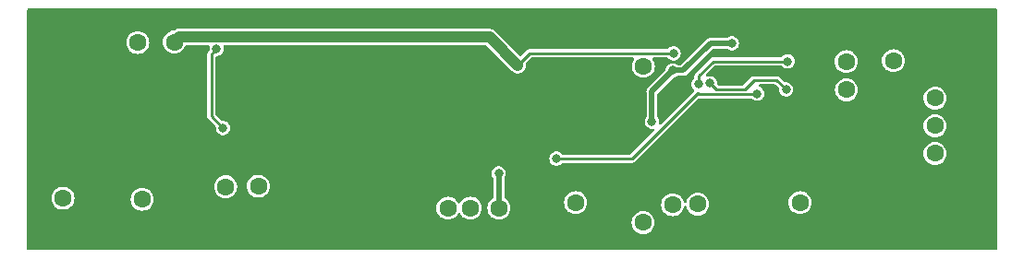
<source format=gbr>
%TF.GenerationSoftware,KiCad,Pcbnew,7.0.7*%
%TF.CreationDate,2024-03-02T18:47:46+03:00*%
%TF.ProjectId,Main_PCB_002,4d61696e-5f50-4434-925f-3030322e6b69,rev?*%
%TF.SameCoordinates,Original*%
%TF.FileFunction,Copper,L2,Bot*%
%TF.FilePolarity,Positive*%
%FSLAX46Y46*%
G04 Gerber Fmt 4.6, Leading zero omitted, Abs format (unit mm)*
G04 Created by KiCad (PCBNEW 7.0.7) date 2024-03-02 18:47:46*
%MOMM*%
%LPD*%
G01*
G04 APERTURE LIST*
%TA.AperFunction,ComponentPad*%
%ADD10C,1.600000*%
%TD*%
%TA.AperFunction,ComponentPad*%
%ADD11C,0.500000*%
%TD*%
%TA.AperFunction,SMDPad,CuDef*%
%ADD12R,2.410000X3.100000*%
%TD*%
%TA.AperFunction,ViaPad*%
%ADD13C,0.800000*%
%TD*%
%TA.AperFunction,Conductor*%
%ADD14C,0.500000*%
%TD*%
%TA.AperFunction,Conductor*%
%ADD15C,0.250000*%
%TD*%
%TA.AperFunction,Conductor*%
%ADD16C,1.000000*%
%TD*%
G04 APERTURE END LIST*
D10*
%TO.P,D2,1,Conn*%
%TO.N,Net-(D2-Conn)*%
X114985800Y-121869200D03*
%TD*%
D11*
%TO.P,U3,9,EP*%
%TO.N,GND2*%
X97689975Y-108965075D03*
X97689975Y-110265075D03*
X97689975Y-111565075D03*
D12*
X98644975Y-110265075D03*
D11*
X99599975Y-108965075D03*
X99599975Y-110265075D03*
X99599975Y-111565075D03*
%TD*%
D10*
%TO.P,D7,1,Conn*%
%TO.N,Net-(D7-Conn)*%
X128219200Y-108839000D03*
%TD*%
%TO.P,D1,1,Conn*%
%TO.N,Net-(D1-Conn)*%
X146799300Y-108400000D03*
%TD*%
%TO.P,D26,1,Conn*%
%TO.N,Net-(D26-Conn)*%
X154940000Y-111760000D03*
%TD*%
%TO.P,D4,1,Conn*%
%TO.N,GND2*%
X85450000Y-121000000D03*
%TD*%
%TO.P,D28,1,Conn*%
%TO.N,Net-(D26-Conn)*%
X151130000Y-108331000D03*
%TD*%
%TO.P,D12,1,Conn*%
%TO.N,Net-(D12-Conn)*%
X82300000Y-121050000D03*
%TD*%
%TO.P,D22,1,Conn*%
%TO.N,Net-(D22-Conn)*%
X92950000Y-119850000D03*
%TD*%
%TO.P,D24,1,Conn*%
%TO.N,Net-(D24-Conn)*%
X85250000Y-106600000D03*
%TD*%
%TO.P,D13,1,Conn*%
%TO.N,Net-(D13-Conn)*%
X142570200Y-121361200D03*
%TD*%
%TO.P,D3,1,Conn*%
%TO.N,Net-(D3-Conn)*%
X75050000Y-120950000D03*
%TD*%
%TO.P,D27,1,Conn*%
%TO.N,Net-(D26-Conn)*%
X128193800Y-123190000D03*
%TD*%
%TO.P,D21,1,Conn*%
%TO.N,Net-(D21-Conn)*%
X146827000Y-111000000D03*
%TD*%
%TO.P,D30,1,Conn*%
%TO.N,GND2*%
X135813800Y-123240800D03*
%TD*%
%TO.P,D16,1,Conn*%
%TO.N,Net-(D15-Conn)*%
X110312200Y-121869200D03*
%TD*%
D11*
%TO.P,U8,9,EP*%
%TO.N,GND2*%
X98045000Y-115445000D03*
X98045000Y-116745000D03*
X98045000Y-118045000D03*
D12*
X99000000Y-116745000D03*
D11*
X99955000Y-115445000D03*
X99955000Y-116745000D03*
X99955000Y-118045000D03*
%TD*%
D10*
%TO.P,D17,1,Conn*%
%TO.N,GND2*%
X107619800Y-121920000D03*
%TD*%
%TO.P,D11,1,Conn*%
%TO.N,Net-(D11-Conn)*%
X133200000Y-121500000D03*
%TD*%
%TO.P,D10,1,Conn*%
%TO.N,Net-(D10-Conn)*%
X130900000Y-121550000D03*
%TD*%
%TO.P,D29,1,Conn*%
%TO.N,GND2*%
X151155400Y-111023400D03*
%TD*%
%TO.P,D8,1,Conn*%
%TO.N,Net-(D8-Conn)*%
X154940000Y-116840000D03*
%TD*%
%TO.P,D25,1,Conn*%
%TO.N,Net-(D25-Conn)*%
X81900000Y-106650000D03*
%TD*%
%TO.P,D18,1,Conn*%
%TO.N,GND2*%
X154940000Y-119380000D03*
%TD*%
%TO.P,D19,1,Conn*%
%TO.N,Net-(D19-Conn)*%
X122021600Y-121361200D03*
%TD*%
%TO.P,D9,1,Conn*%
%TO.N,Net-(D9-Conn)*%
X154940000Y-114300000D03*
%TD*%
%TO.P,D15,1,Conn*%
%TO.N,Net-(D15-Conn)*%
X112369600Y-121869200D03*
%TD*%
%TO.P,D23,1,Conn*%
%TO.N,Net-(D14-K)*%
X89950000Y-119900000D03*
%TD*%
D13*
%TO.N,Net-(D2-Conn)*%
X114960400Y-118668800D03*
%TO.N,Net-(Q1-G)*%
X138658600Y-111353600D03*
X120269000Y-117322600D03*
%TO.N,Net-(U6-PB7)*%
X141427200Y-108381800D03*
X133273800Y-110464600D03*
%TO.N,Net-(U6-PB6)*%
X134315200Y-110388400D03*
X141300200Y-110972600D03*
%TO.N,Net-(D24-Conn)*%
X116713000Y-108737400D03*
X130987800Y-107645200D03*
%TO.N,Net-(D22-Conn)*%
X89128600Y-107246100D03*
X89712800Y-114503200D03*
%TO.N,Net-(D26-Conn)*%
X129006600Y-113919000D03*
X130911600Y-109220000D03*
X136321800Y-106730800D03*
%TD*%
D14*
%TO.N,Net-(D2-Conn)*%
X114985800Y-118694200D02*
X114960400Y-118668800D01*
X114960400Y-118668800D02*
X114909600Y-118618000D01*
X114985800Y-121869200D02*
X114985800Y-118694200D01*
D15*
%TO.N,Net-(Q1-G)*%
X138597963Y-111414237D02*
X133258237Y-111414237D01*
X138658600Y-111353600D02*
X138597963Y-111414237D01*
X133258237Y-111414237D02*
X133172200Y-111328200D01*
X133172200Y-111328200D02*
X127177800Y-117322600D01*
X127177800Y-117322600D02*
X120269000Y-117322600D01*
%TO.N,Net-(U6-PB7)*%
X133273800Y-109728000D02*
X134620000Y-108381800D01*
X133273800Y-110404495D02*
X133273800Y-109728000D01*
X134620000Y-108381800D02*
X141427200Y-108381800D01*
X133273800Y-110464600D02*
X133273800Y-110404495D01*
%TO.N,Net-(U6-PB6)*%
X134315200Y-110388400D02*
X134891037Y-110964237D01*
X137498563Y-110964237D02*
X138353800Y-110109000D01*
X138353800Y-110109000D02*
X140436600Y-110109000D01*
X134891037Y-110964237D02*
X137498563Y-110964237D01*
X140436600Y-110109000D02*
X141300200Y-110972600D01*
%TO.N,Net-(D24-Conn)*%
X117805200Y-107645200D02*
X116713000Y-108737400D01*
D16*
X114122200Y-106146600D02*
X116713000Y-108737400D01*
D15*
X130987800Y-107645200D02*
X117805200Y-107645200D01*
D14*
X85250000Y-106600000D02*
X85703400Y-106146600D01*
D16*
X85703400Y-106146600D02*
X114122200Y-106146600D01*
D15*
%TO.N,Net-(D22-Conn)*%
X88646000Y-107728700D02*
X88646000Y-113436400D01*
X89128600Y-107246100D02*
X88646000Y-107728700D01*
X88646000Y-113436400D02*
X89712800Y-114503200D01*
D14*
%TO.N,Net-(D26-Conn)*%
X134366000Y-106730800D02*
X131876800Y-109220000D01*
X136321800Y-106730800D02*
X134366000Y-106730800D01*
X129006600Y-111125000D02*
X130911600Y-109220000D01*
X131876800Y-109220000D02*
X130911600Y-109220000D01*
X129006600Y-113919000D02*
X129006600Y-111125000D01*
%TD*%
%TA.AperFunction,Conductor*%
%TO.N,GND2*%
G36*
X160587539Y-103535185D02*
G01*
X160633294Y-103587989D01*
X160644500Y-103639500D01*
X160644500Y-125595500D01*
X160624815Y-125662539D01*
X160572011Y-125708294D01*
X160520500Y-125719500D01*
X71889500Y-125719500D01*
X71822461Y-125699815D01*
X71776706Y-125647011D01*
X71765500Y-125595500D01*
X71765500Y-123189999D01*
X127138217Y-123189999D01*
X127158499Y-123395932D01*
X127158500Y-123395934D01*
X127218568Y-123593954D01*
X127316115Y-123776450D01*
X127316117Y-123776452D01*
X127447389Y-123936410D01*
X127544009Y-124015702D01*
X127607350Y-124067685D01*
X127789846Y-124165232D01*
X127987866Y-124225300D01*
X127987865Y-124225300D01*
X128008148Y-124227297D01*
X128193800Y-124245583D01*
X128399734Y-124225300D01*
X128597754Y-124165232D01*
X128780250Y-124067685D01*
X128940210Y-123936410D01*
X129071485Y-123776450D01*
X129169032Y-123593954D01*
X129229100Y-123395934D01*
X129249383Y-123190000D01*
X129229100Y-122984066D01*
X129169032Y-122786046D01*
X129071485Y-122603550D01*
X129015474Y-122535300D01*
X128940210Y-122443589D01*
X128809634Y-122336430D01*
X128780250Y-122312315D01*
X128597754Y-122214768D01*
X128399734Y-122154700D01*
X128399732Y-122154699D01*
X128399734Y-122154699D01*
X128193800Y-122134417D01*
X127987867Y-122154699D01*
X127789843Y-122214769D01*
X127680614Y-122273154D01*
X127607350Y-122312315D01*
X127607348Y-122312316D01*
X127607347Y-122312317D01*
X127447389Y-122443589D01*
X127331092Y-122585300D01*
X127316115Y-122603550D01*
X127309669Y-122615610D01*
X127218569Y-122786043D01*
X127158499Y-122984067D01*
X127138217Y-123189999D01*
X71765500Y-123189999D01*
X71765500Y-120949999D01*
X73994417Y-120949999D01*
X74014699Y-121155932D01*
X74014700Y-121155934D01*
X74074768Y-121353954D01*
X74172315Y-121536450D01*
X74172317Y-121536452D01*
X74303589Y-121696410D01*
X74387355Y-121765154D01*
X74463550Y-121827685D01*
X74646046Y-121925232D01*
X74844066Y-121985300D01*
X74844065Y-121985300D01*
X74864348Y-121987297D01*
X75050000Y-122005583D01*
X75255934Y-121985300D01*
X75453954Y-121925232D01*
X75636450Y-121827685D01*
X75796410Y-121696410D01*
X75927685Y-121536450D01*
X76025232Y-121353954D01*
X76085300Y-121155934D01*
X76095734Y-121050000D01*
X81244417Y-121050000D01*
X81264699Y-121255932D01*
X81292427Y-121347339D01*
X81324768Y-121453954D01*
X81422315Y-121636450D01*
X81422317Y-121636452D01*
X81553589Y-121796410D01*
X81642285Y-121869200D01*
X81713550Y-121927685D01*
X81896046Y-122025232D01*
X82094066Y-122085300D01*
X82094065Y-122085300D01*
X82105742Y-122086450D01*
X82300000Y-122105583D01*
X82505934Y-122085300D01*
X82703954Y-122025232D01*
X82886450Y-121927685D01*
X82957715Y-121869200D01*
X109256617Y-121869200D01*
X109276899Y-122075132D01*
X109280333Y-122086452D01*
X109336968Y-122273154D01*
X109434515Y-122455650D01*
X109469169Y-122497877D01*
X109565789Y-122615610D01*
X109662409Y-122694902D01*
X109725750Y-122746885D01*
X109908246Y-122844432D01*
X110106266Y-122904500D01*
X110106265Y-122904500D01*
X110124729Y-122906318D01*
X110312200Y-122924783D01*
X110518134Y-122904500D01*
X110716154Y-122844432D01*
X110898650Y-122746885D01*
X111058610Y-122615610D01*
X111189885Y-122455650D01*
X111231543Y-122377713D01*
X111280505Y-122327871D01*
X111348642Y-122312411D01*
X111414322Y-122336243D01*
X111450256Y-122377713D01*
X111491915Y-122455650D01*
X111526569Y-122497877D01*
X111623189Y-122615610D01*
X111719809Y-122694902D01*
X111783150Y-122746885D01*
X111965646Y-122844432D01*
X112163666Y-122904500D01*
X112163665Y-122904500D01*
X112183947Y-122906497D01*
X112369600Y-122924783D01*
X112575534Y-122904500D01*
X112773554Y-122844432D01*
X112956050Y-122746885D01*
X113116010Y-122615610D01*
X113247285Y-122455650D01*
X113344832Y-122273154D01*
X113404900Y-122075134D01*
X113425183Y-121869200D01*
X113930217Y-121869200D01*
X113950499Y-122075132D01*
X113953933Y-122086452D01*
X114010568Y-122273154D01*
X114108115Y-122455650D01*
X114142769Y-122497877D01*
X114239389Y-122615610D01*
X114336009Y-122694902D01*
X114399350Y-122746885D01*
X114581846Y-122844432D01*
X114779866Y-122904500D01*
X114779865Y-122904500D01*
X114800147Y-122906497D01*
X114985800Y-122924783D01*
X115191734Y-122904500D01*
X115389754Y-122844432D01*
X115572250Y-122746885D01*
X115732210Y-122615610D01*
X115863485Y-122455650D01*
X115961032Y-122273154D01*
X116021100Y-122075134D01*
X116041383Y-121869200D01*
X116021100Y-121663266D01*
X115961032Y-121465246D01*
X115905418Y-121361200D01*
X120966017Y-121361200D01*
X120986299Y-121567132D01*
X121007327Y-121636452D01*
X121046368Y-121765154D01*
X121143915Y-121947650D01*
X121143917Y-121947652D01*
X121275189Y-122107610D01*
X121371809Y-122186902D01*
X121435150Y-122238885D01*
X121617646Y-122336432D01*
X121815666Y-122396500D01*
X121815665Y-122396500D01*
X121834129Y-122398318D01*
X122021600Y-122416783D01*
X122227534Y-122396500D01*
X122425554Y-122336432D01*
X122608050Y-122238885D01*
X122768010Y-122107610D01*
X122899285Y-121947650D01*
X122996832Y-121765154D01*
X123056900Y-121567134D01*
X123058588Y-121550000D01*
X129844417Y-121550000D01*
X129864699Y-121755932D01*
X129867497Y-121765156D01*
X129924768Y-121953954D01*
X130022315Y-122136450D01*
X130056969Y-122178677D01*
X130153589Y-122296410D01*
X130202357Y-122336432D01*
X130313550Y-122427685D01*
X130496046Y-122525232D01*
X130694066Y-122585300D01*
X130694065Y-122585300D01*
X130714348Y-122587297D01*
X130900000Y-122605583D01*
X131105934Y-122585300D01*
X131303954Y-122525232D01*
X131486450Y-122427685D01*
X131646410Y-122296410D01*
X131777685Y-122136450D01*
X131875232Y-121953954D01*
X131935300Y-121755934D01*
X131935301Y-121755928D01*
X131935581Y-121754523D01*
X131935930Y-121753854D01*
X131937068Y-121750105D01*
X131937779Y-121750320D01*
X131967966Y-121692612D01*
X132028682Y-121658038D01*
X132098451Y-121661778D01*
X132155123Y-121702645D01*
X132175858Y-121742718D01*
X132224768Y-121903954D01*
X132322315Y-122086450D01*
X132356969Y-122128677D01*
X132453589Y-122246410D01*
X132533896Y-122312315D01*
X132613550Y-122377685D01*
X132796046Y-122475232D01*
X132994066Y-122535300D01*
X132994065Y-122535300D01*
X133012529Y-122537118D01*
X133200000Y-122555583D01*
X133405934Y-122535300D01*
X133603954Y-122475232D01*
X133786450Y-122377685D01*
X133946410Y-122246410D01*
X134077685Y-122086450D01*
X134175232Y-121903954D01*
X134235300Y-121705934D01*
X134255583Y-121500000D01*
X134241912Y-121361200D01*
X141514617Y-121361200D01*
X141534899Y-121567132D01*
X141555927Y-121636452D01*
X141594968Y-121765154D01*
X141692515Y-121947650D01*
X141692517Y-121947652D01*
X141823789Y-122107610D01*
X141920409Y-122186902D01*
X141983750Y-122238885D01*
X142166246Y-122336432D01*
X142364266Y-122396500D01*
X142364265Y-122396500D01*
X142384547Y-122398497D01*
X142570200Y-122416783D01*
X142776134Y-122396500D01*
X142974154Y-122336432D01*
X143156650Y-122238885D01*
X143316610Y-122107610D01*
X143447885Y-121947650D01*
X143545432Y-121765154D01*
X143605500Y-121567134D01*
X143625783Y-121361200D01*
X143605500Y-121155266D01*
X143545432Y-120957246D01*
X143447885Y-120774750D01*
X143363821Y-120672317D01*
X143316610Y-120614789D01*
X143169934Y-120494417D01*
X143156650Y-120483515D01*
X142974154Y-120385968D01*
X142776134Y-120325900D01*
X142776132Y-120325899D01*
X142776134Y-120325899D01*
X142570200Y-120305617D01*
X142364267Y-120325899D01*
X142166243Y-120385969D01*
X142071798Y-120436452D01*
X141983750Y-120483515D01*
X141983748Y-120483516D01*
X141983747Y-120483517D01*
X141823789Y-120614789D01*
X141709881Y-120753589D01*
X141692515Y-120774750D01*
X141677100Y-120803589D01*
X141594969Y-120957243D01*
X141534899Y-121155267D01*
X141514617Y-121361200D01*
X134241912Y-121361200D01*
X134235300Y-121294066D01*
X134175232Y-121096046D01*
X134077685Y-120913550D01*
X133987443Y-120803589D01*
X133946410Y-120753589D01*
X133786452Y-120622317D01*
X133786453Y-120622317D01*
X133786450Y-120622315D01*
X133603954Y-120524768D01*
X133405934Y-120464700D01*
X133405932Y-120464699D01*
X133405934Y-120464699D01*
X133200000Y-120444417D01*
X132994067Y-120464699D01*
X132796043Y-120524769D01*
X132685897Y-120583643D01*
X132613550Y-120622315D01*
X132613548Y-120622316D01*
X132613547Y-120622317D01*
X132453589Y-120753589D01*
X132328854Y-120905582D01*
X132322315Y-120913550D01*
X132298959Y-120957246D01*
X132224769Y-121096043D01*
X132164695Y-121294082D01*
X132164414Y-121295495D01*
X132164063Y-121296164D01*
X132162932Y-121299895D01*
X132162223Y-121299680D01*
X132132019Y-121357401D01*
X132071298Y-121391965D01*
X132001529Y-121388214D01*
X131944864Y-121347339D01*
X131924142Y-121307283D01*
X131875232Y-121146046D01*
X131777685Y-120963550D01*
X131701938Y-120871251D01*
X131646410Y-120803589D01*
X131486452Y-120672317D01*
X131486453Y-120672317D01*
X131486450Y-120672315D01*
X131303954Y-120574768D01*
X131105934Y-120514700D01*
X131105932Y-120514699D01*
X131105934Y-120514699D01*
X130900000Y-120494417D01*
X130694067Y-120514699D01*
X130496043Y-120574769D01*
X130407089Y-120622317D01*
X130313550Y-120672315D01*
X130313548Y-120672316D01*
X130313547Y-120672317D01*
X130153589Y-120803589D01*
X130022317Y-120963547D01*
X130022315Y-120963550D01*
X130007366Y-120991517D01*
X129924769Y-121146043D01*
X129864699Y-121344067D01*
X129844417Y-121550000D01*
X123058588Y-121550000D01*
X123077183Y-121361200D01*
X123056900Y-121155266D01*
X122996832Y-120957246D01*
X122899285Y-120774750D01*
X122815221Y-120672317D01*
X122768010Y-120614789D01*
X122621334Y-120494417D01*
X122608050Y-120483515D01*
X122425554Y-120385968D01*
X122227534Y-120325900D01*
X122227532Y-120325899D01*
X122227534Y-120325899D01*
X122021600Y-120305617D01*
X121815667Y-120325899D01*
X121617643Y-120385969D01*
X121523198Y-120436452D01*
X121435150Y-120483515D01*
X121435148Y-120483516D01*
X121435147Y-120483517D01*
X121275189Y-120614789D01*
X121161281Y-120753589D01*
X121143915Y-120774750D01*
X121128500Y-120803589D01*
X121046369Y-120957243D01*
X120986299Y-121155267D01*
X120966017Y-121361200D01*
X115905418Y-121361200D01*
X115863485Y-121282750D01*
X115811502Y-121219409D01*
X115732210Y-121122789D01*
X115572251Y-120991515D01*
X115551845Y-120980608D01*
X115502002Y-120931645D01*
X115486300Y-120871251D01*
X115486300Y-119090659D01*
X115505985Y-119023620D01*
X115508250Y-119020219D01*
X115508622Y-119019679D01*
X115540620Y-118973323D01*
X115596637Y-118825618D01*
X115615678Y-118668800D01*
X115596637Y-118511982D01*
X115540620Y-118364277D01*
X115450883Y-118234270D01*
X115332640Y-118129517D01*
X115332638Y-118129516D01*
X115332637Y-118129515D01*
X115192765Y-118056103D01*
X115039386Y-118018300D01*
X115039385Y-118018300D01*
X114881415Y-118018300D01*
X114881414Y-118018300D01*
X114728034Y-118056103D01*
X114588162Y-118129515D01*
X114469916Y-118234271D01*
X114380181Y-118364275D01*
X114380180Y-118364276D01*
X114324162Y-118511981D01*
X114305122Y-118668799D01*
X114305122Y-118668800D01*
X114324162Y-118825618D01*
X114361766Y-118924769D01*
X114380180Y-118973323D01*
X114434500Y-119052019D01*
X114463350Y-119093816D01*
X114485233Y-119160171D01*
X114485300Y-119164256D01*
X114485300Y-120871251D01*
X114465615Y-120938290D01*
X114419755Y-120980608D01*
X114399348Y-120991515D01*
X114239389Y-121122789D01*
X114130122Y-121255934D01*
X114108115Y-121282750D01*
X114102066Y-121294067D01*
X114010569Y-121465243D01*
X113950499Y-121663267D01*
X113930217Y-121869200D01*
X113425183Y-121869200D01*
X113404900Y-121663266D01*
X113344832Y-121465246D01*
X113247285Y-121282750D01*
X113195302Y-121219409D01*
X113116010Y-121122789D01*
X112956052Y-120991517D01*
X112956053Y-120991517D01*
X112956050Y-120991515D01*
X112773554Y-120893968D01*
X112575534Y-120833900D01*
X112575532Y-120833899D01*
X112575534Y-120833899D01*
X112388063Y-120815435D01*
X112369600Y-120813617D01*
X112369599Y-120813617D01*
X112163667Y-120833899D01*
X111965643Y-120893969D01*
X111895158Y-120931645D01*
X111783150Y-120991515D01*
X111783148Y-120991516D01*
X111783147Y-120991517D01*
X111623189Y-121122789D01*
X111513922Y-121255934D01*
X111491915Y-121282750D01*
X111485866Y-121294067D01*
X111450258Y-121360684D01*
X111401295Y-121410528D01*
X111333157Y-121425988D01*
X111267478Y-121402156D01*
X111231542Y-121360684D01*
X111222659Y-121344066D01*
X111189885Y-121282750D01*
X111137902Y-121219409D01*
X111058610Y-121122789D01*
X110898652Y-120991517D01*
X110898653Y-120991517D01*
X110898650Y-120991515D01*
X110716154Y-120893968D01*
X110518134Y-120833900D01*
X110518132Y-120833899D01*
X110518134Y-120833899D01*
X110312200Y-120813617D01*
X110106267Y-120833899D01*
X109908243Y-120893969D01*
X109837758Y-120931645D01*
X109725750Y-120991515D01*
X109725748Y-120991516D01*
X109725747Y-120991517D01*
X109565789Y-121122789D01*
X109456522Y-121255934D01*
X109434515Y-121282750D01*
X109428466Y-121294067D01*
X109336969Y-121465243D01*
X109276899Y-121663267D01*
X109256617Y-121869200D01*
X82957715Y-121869200D01*
X83046410Y-121796410D01*
X83177685Y-121636450D01*
X83275232Y-121453954D01*
X83335300Y-121255934D01*
X83355583Y-121050000D01*
X83335300Y-120844066D01*
X83275232Y-120646046D01*
X83177685Y-120463550D01*
X83114016Y-120385969D01*
X83046410Y-120303589D01*
X82886452Y-120172317D01*
X82886453Y-120172317D01*
X82886450Y-120172315D01*
X82703954Y-120074768D01*
X82505934Y-120014700D01*
X82505932Y-120014699D01*
X82505934Y-120014699D01*
X82318463Y-119996235D01*
X82300000Y-119994417D01*
X82299999Y-119994417D01*
X82094067Y-120014699D01*
X81896043Y-120074769D01*
X81785897Y-120133643D01*
X81713550Y-120172315D01*
X81713548Y-120172316D01*
X81713547Y-120172317D01*
X81553589Y-120303589D01*
X81422317Y-120463547D01*
X81422315Y-120463550D01*
X81383643Y-120535898D01*
X81324769Y-120646043D01*
X81264699Y-120844067D01*
X81244417Y-121050000D01*
X76095734Y-121050000D01*
X76105583Y-120950000D01*
X76085300Y-120744066D01*
X76025232Y-120546046D01*
X75927685Y-120363550D01*
X75837744Y-120253956D01*
X75796410Y-120203589D01*
X75636452Y-120072317D01*
X75636453Y-120072317D01*
X75636450Y-120072315D01*
X75453954Y-119974768D01*
X75255934Y-119914700D01*
X75255932Y-119914699D01*
X75255934Y-119914699D01*
X75106677Y-119899999D01*
X88894417Y-119899999D01*
X88914699Y-120105932D01*
X88914700Y-120105934D01*
X88974768Y-120303954D01*
X89072315Y-120486450D01*
X89095498Y-120514699D01*
X89203589Y-120646410D01*
X89300209Y-120725702D01*
X89363550Y-120777685D01*
X89546046Y-120875232D01*
X89744066Y-120935300D01*
X89744065Y-120935300D01*
X89762529Y-120937118D01*
X89950000Y-120955583D01*
X90155934Y-120935300D01*
X90353954Y-120875232D01*
X90536450Y-120777685D01*
X90696410Y-120646410D01*
X90827685Y-120486450D01*
X90925232Y-120303954D01*
X90985300Y-120105934D01*
X91005583Y-119900000D01*
X91000658Y-119849999D01*
X91894417Y-119849999D01*
X91914699Y-120055932D01*
X91929867Y-120105934D01*
X91974768Y-120253954D01*
X92072315Y-120436450D01*
X92094553Y-120463547D01*
X92203589Y-120596410D01*
X92296081Y-120672315D01*
X92363550Y-120727685D01*
X92546046Y-120825232D01*
X92744066Y-120885300D01*
X92744065Y-120885300D01*
X92762529Y-120887118D01*
X92950000Y-120905583D01*
X93155934Y-120885300D01*
X93353954Y-120825232D01*
X93536450Y-120727685D01*
X93696410Y-120596410D01*
X93827685Y-120436450D01*
X93925232Y-120253954D01*
X93985300Y-120055934D01*
X94005583Y-119850000D01*
X93985300Y-119644066D01*
X93925232Y-119446046D01*
X93827685Y-119263550D01*
X93737443Y-119153589D01*
X93696410Y-119103589D01*
X93536452Y-118972317D01*
X93536453Y-118972317D01*
X93536450Y-118972315D01*
X93353954Y-118874768D01*
X93155934Y-118814700D01*
X93155932Y-118814699D01*
X93155934Y-118814699D01*
X92968463Y-118796235D01*
X92950000Y-118794417D01*
X92949999Y-118794417D01*
X92744067Y-118814699D01*
X92546043Y-118874769D01*
X92435898Y-118933643D01*
X92363550Y-118972315D01*
X92363548Y-118972316D01*
X92363547Y-118972317D01*
X92203589Y-119103589D01*
X92072317Y-119263547D01*
X91974769Y-119446043D01*
X91914699Y-119644067D01*
X91894417Y-119849999D01*
X91000658Y-119849999D01*
X90985300Y-119694066D01*
X90925232Y-119496046D01*
X90827685Y-119313550D01*
X90775702Y-119250209D01*
X90696410Y-119153589D01*
X90536452Y-119022317D01*
X90536453Y-119022317D01*
X90536450Y-119022315D01*
X90353954Y-118924768D01*
X90155934Y-118864700D01*
X90155932Y-118864699D01*
X90155934Y-118864699D01*
X89950000Y-118844417D01*
X89744067Y-118864699D01*
X89546043Y-118924769D01*
X89457089Y-118972317D01*
X89363550Y-119022315D01*
X89363548Y-119022316D01*
X89363547Y-119022317D01*
X89203589Y-119153589D01*
X89072317Y-119313547D01*
X88974769Y-119496043D01*
X88914699Y-119694067D01*
X88894417Y-119899999D01*
X75106677Y-119899999D01*
X75050000Y-119894417D01*
X74844067Y-119914699D01*
X74646043Y-119974769D01*
X74571341Y-120014699D01*
X74463550Y-120072315D01*
X74463548Y-120072316D01*
X74463547Y-120072317D01*
X74303589Y-120203589D01*
X74172317Y-120363547D01*
X74074769Y-120546043D01*
X74014699Y-120744067D01*
X73994417Y-120949999D01*
X71765500Y-120949999D01*
X71765500Y-117322600D01*
X119613721Y-117322600D01*
X119632762Y-117479418D01*
X119687222Y-117623016D01*
X119688780Y-117627123D01*
X119778517Y-117757130D01*
X119896760Y-117861883D01*
X119896762Y-117861884D01*
X120036634Y-117935296D01*
X120190014Y-117973100D01*
X120190015Y-117973100D01*
X120347985Y-117973100D01*
X120501365Y-117935296D01*
X120501364Y-117935296D01*
X120641240Y-117861883D01*
X120759483Y-117757130D01*
X120763257Y-117751661D01*
X120817537Y-117707671D01*
X120865308Y-117698100D01*
X127125996Y-117698100D01*
X127151441Y-117700739D01*
X127155240Y-117701535D01*
X127162068Y-117702967D01*
X127183025Y-117700354D01*
X127197292Y-117698577D01*
X127204968Y-117698100D01*
X127208912Y-117698100D01*
X127208914Y-117698100D01*
X127208916Y-117698099D01*
X127208922Y-117698099D01*
X127224287Y-117695534D01*
X127231940Y-117694257D01*
X127286426Y-117687466D01*
X127286427Y-117687465D01*
X127286429Y-117687465D01*
X127293941Y-117685228D01*
X127301406Y-117682666D01*
X127301406Y-117682665D01*
X127301410Y-117682665D01*
X127349677Y-117656544D01*
X127399011Y-117632426D01*
X127399013Y-117632423D01*
X127405394Y-117627868D01*
X127411619Y-117623022D01*
X127411626Y-117623019D01*
X127448808Y-117582628D01*
X128191436Y-116840000D01*
X153884417Y-116840000D01*
X153904699Y-117045932D01*
X153904700Y-117045934D01*
X153964768Y-117243954D01*
X154062315Y-117426450D01*
X154062317Y-117426452D01*
X154193589Y-117586410D01*
X154238198Y-117623019D01*
X154353550Y-117717685D01*
X154536046Y-117815232D01*
X154734066Y-117875300D01*
X154734065Y-117875300D01*
X154754347Y-117877297D01*
X154940000Y-117895583D01*
X155145934Y-117875300D01*
X155343954Y-117815232D01*
X155526450Y-117717685D01*
X155686410Y-117586410D01*
X155817685Y-117426450D01*
X155915232Y-117243954D01*
X155975300Y-117045934D01*
X155995583Y-116840000D01*
X155975300Y-116634066D01*
X155915232Y-116436046D01*
X155817685Y-116253550D01*
X155765702Y-116190209D01*
X155686410Y-116093589D01*
X155526452Y-115962317D01*
X155526453Y-115962317D01*
X155526450Y-115962315D01*
X155343954Y-115864768D01*
X155145934Y-115804700D01*
X155145932Y-115804699D01*
X155145934Y-115804699D01*
X154958463Y-115786235D01*
X154940000Y-115784417D01*
X154939999Y-115784417D01*
X154734067Y-115804699D01*
X154536043Y-115864769D01*
X154425897Y-115923643D01*
X154353550Y-115962315D01*
X154353548Y-115962316D01*
X154353547Y-115962317D01*
X154193589Y-116093589D01*
X154062317Y-116253547D01*
X153964769Y-116436043D01*
X153904699Y-116634067D01*
X153884417Y-116840000D01*
X128191436Y-116840000D01*
X130269650Y-114761786D01*
X130731437Y-114299999D01*
X153884417Y-114299999D01*
X153904699Y-114505932D01*
X153923946Y-114569380D01*
X153964768Y-114703954D01*
X154062315Y-114886450D01*
X154062317Y-114886452D01*
X154193589Y-115046410D01*
X154278259Y-115115896D01*
X154353550Y-115177685D01*
X154536046Y-115275232D01*
X154734066Y-115335300D01*
X154734065Y-115335300D01*
X154752529Y-115337118D01*
X154940000Y-115355583D01*
X155145934Y-115335300D01*
X155343954Y-115275232D01*
X155526450Y-115177685D01*
X155686410Y-115046410D01*
X155817685Y-114886450D01*
X155915232Y-114703954D01*
X155975300Y-114505934D01*
X155995583Y-114300000D01*
X155975300Y-114094066D01*
X155915232Y-113896046D01*
X155817685Y-113713550D01*
X155765702Y-113650209D01*
X155686410Y-113553589D01*
X155526452Y-113422317D01*
X155526453Y-113422317D01*
X155526450Y-113422315D01*
X155343954Y-113324768D01*
X155145934Y-113264700D01*
X155145932Y-113264699D01*
X155145934Y-113264699D01*
X154958463Y-113246235D01*
X154940000Y-113244417D01*
X154939999Y-113244417D01*
X154734067Y-113264699D01*
X154536043Y-113324769D01*
X154425897Y-113383643D01*
X154353550Y-113422315D01*
X154353548Y-113422316D01*
X154353547Y-113422317D01*
X154193589Y-113553589D01*
X154062317Y-113713547D01*
X154062315Y-113713550D01*
X154023643Y-113785897D01*
X153964769Y-113896043D01*
X153904699Y-114094067D01*
X153884417Y-114299999D01*
X130731437Y-114299999D01*
X133205381Y-111826056D01*
X133266704Y-111792571D01*
X133293062Y-111789737D01*
X138122904Y-111789737D01*
X138189943Y-111809422D01*
X138205129Y-111820920D01*
X138286360Y-111892883D01*
X138286362Y-111892884D01*
X138426234Y-111966296D01*
X138579614Y-112004100D01*
X138579615Y-112004100D01*
X138737585Y-112004100D01*
X138890965Y-111966296D01*
X138891659Y-111965932D01*
X139030840Y-111892883D01*
X139149083Y-111788130D01*
X139238820Y-111658123D01*
X139294837Y-111510418D01*
X139313878Y-111353600D01*
X139311294Y-111332314D01*
X139294837Y-111196781D01*
X139268393Y-111127054D01*
X139238820Y-111049077D01*
X139149083Y-110919070D01*
X139030840Y-110814317D01*
X139030838Y-110814316D01*
X139030837Y-110814315D01*
X138890966Y-110740904D01*
X138842250Y-110728897D01*
X138781870Y-110693741D01*
X138750081Y-110631522D01*
X138756977Y-110561993D01*
X138800368Y-110507230D01*
X138866478Y-110484620D01*
X138871925Y-110484500D01*
X140229701Y-110484500D01*
X140296740Y-110504185D01*
X140317382Y-110520819D01*
X140615681Y-110819118D01*
X140649166Y-110880441D01*
X140651096Y-110921743D01*
X140644922Y-110972597D01*
X140644922Y-110972600D01*
X140663962Y-111129418D01*
X140719979Y-111277123D01*
X140719980Y-111277123D01*
X140809717Y-111407130D01*
X140927960Y-111511883D01*
X140927962Y-111511884D01*
X141067834Y-111585296D01*
X141221214Y-111623100D01*
X141221215Y-111623100D01*
X141379185Y-111623100D01*
X141532565Y-111585296D01*
X141592068Y-111554066D01*
X141672440Y-111511883D01*
X141790683Y-111407130D01*
X141880420Y-111277123D01*
X141936437Y-111129418D01*
X141952151Y-111000000D01*
X145771417Y-111000000D01*
X145771983Y-111005746D01*
X145791699Y-111205932D01*
X145791700Y-111205934D01*
X145851768Y-111403954D01*
X145949315Y-111586450D01*
X145949317Y-111586452D01*
X146080589Y-111746410D01*
X146157371Y-111809422D01*
X146240550Y-111877685D01*
X146423046Y-111975232D01*
X146621066Y-112035300D01*
X146621065Y-112035300D01*
X146639529Y-112037118D01*
X146827000Y-112055583D01*
X147032934Y-112035300D01*
X147230954Y-111975232D01*
X147413450Y-111877685D01*
X147556850Y-111760000D01*
X153884417Y-111760000D01*
X153904699Y-111965932D01*
X153907520Y-111975230D01*
X153964768Y-112163954D01*
X154062315Y-112346450D01*
X154062317Y-112346452D01*
X154193589Y-112506410D01*
X154290209Y-112585702D01*
X154353550Y-112637685D01*
X154536046Y-112735232D01*
X154734066Y-112795300D01*
X154734065Y-112795300D01*
X154754348Y-112797297D01*
X154940000Y-112815583D01*
X155145934Y-112795300D01*
X155343954Y-112735232D01*
X155526450Y-112637685D01*
X155686410Y-112506410D01*
X155817685Y-112346450D01*
X155915232Y-112163954D01*
X155975300Y-111965934D01*
X155995583Y-111760000D01*
X155975300Y-111554066D01*
X155915232Y-111356046D01*
X155817685Y-111173550D01*
X155748462Y-111089201D01*
X155686410Y-111013589D01*
X155546939Y-110899130D01*
X155526450Y-110882315D01*
X155356554Y-110791502D01*
X155343956Y-110784769D01*
X155343955Y-110784768D01*
X155343954Y-110784768D01*
X155145934Y-110724700D01*
X155145932Y-110724699D01*
X155145934Y-110724699D01*
X154940000Y-110704417D01*
X154734067Y-110724699D01*
X154587621Y-110769123D01*
X154539462Y-110783732D01*
X154536043Y-110784769D01*
X154425897Y-110843643D01*
X154353550Y-110882315D01*
X154353548Y-110882316D01*
X154353547Y-110882317D01*
X154193589Y-111013589D01*
X154062317Y-111173547D01*
X154062315Y-111173550D01*
X154045005Y-111205934D01*
X153964769Y-111356043D01*
X153904699Y-111554067D01*
X153884417Y-111760000D01*
X147556850Y-111760000D01*
X147573410Y-111746410D01*
X147704685Y-111586450D01*
X147802232Y-111403954D01*
X147862300Y-111205934D01*
X147882583Y-111000000D01*
X147862300Y-110794066D01*
X147802232Y-110596046D01*
X147704685Y-110413550D01*
X147636202Y-110330103D01*
X147573410Y-110253589D01*
X147413452Y-110122317D01*
X147413453Y-110122317D01*
X147413450Y-110122315D01*
X147230954Y-110024768D01*
X147032934Y-109964700D01*
X147032932Y-109964699D01*
X147032934Y-109964699D01*
X146845463Y-109946235D01*
X146827000Y-109944417D01*
X146826999Y-109944417D01*
X146621067Y-109964699D01*
X146423043Y-110024769D01*
X146312898Y-110083643D01*
X146240550Y-110122315D01*
X146240548Y-110122316D01*
X146240547Y-110122317D01*
X146080589Y-110253589D01*
X145949317Y-110413547D01*
X145949315Y-110413550D01*
X145935577Y-110439252D01*
X145851769Y-110596043D01*
X145791699Y-110794067D01*
X145773136Y-110982543D01*
X145771417Y-111000000D01*
X141952151Y-111000000D01*
X141955478Y-110972600D01*
X141950956Y-110935353D01*
X141936437Y-110815781D01*
X141908779Y-110742854D01*
X141880420Y-110668077D01*
X141790683Y-110538070D01*
X141672440Y-110433317D01*
X141672438Y-110433316D01*
X141672437Y-110433315D01*
X141532565Y-110359903D01*
X141379186Y-110322100D01*
X141379185Y-110322100D01*
X141232100Y-110322100D01*
X141165061Y-110302415D01*
X141144419Y-110285781D01*
X140738749Y-109880111D01*
X140722622Y-109860252D01*
X140716686Y-109851167D01*
X140716683Y-109851163D01*
X140688674Y-109829363D01*
X140682910Y-109824272D01*
X140680115Y-109821477D01*
X140661105Y-109807906D01*
X140617789Y-109774190D01*
X140610874Y-109770448D01*
X140603800Y-109766990D01*
X140551196Y-109751329D01*
X140499258Y-109733499D01*
X140491523Y-109732208D01*
X140483685Y-109731231D01*
X140428844Y-109733500D01*
X138405603Y-109733500D01*
X138380158Y-109730861D01*
X138369532Y-109728633D01*
X138369529Y-109728633D01*
X138334307Y-109733023D01*
X138326631Y-109733500D01*
X138322686Y-109733500D01*
X138309171Y-109735755D01*
X138299658Y-109737342D01*
X138245170Y-109744134D01*
X138237657Y-109746371D01*
X138230187Y-109748936D01*
X138181922Y-109775055D01*
X138132592Y-109799171D01*
X138126175Y-109803753D01*
X138119975Y-109808579D01*
X138082792Y-109848970D01*
X137379344Y-110552418D01*
X137318021Y-110585903D01*
X137291663Y-110588737D01*
X135097937Y-110588737D01*
X135030898Y-110569052D01*
X135010256Y-110552418D01*
X134999718Y-110541880D01*
X134966233Y-110480557D01*
X134964303Y-110439252D01*
X134965024Y-110433315D01*
X134970478Y-110388400D01*
X134951437Y-110231582D01*
X134895420Y-110083877D01*
X134805683Y-109953870D01*
X134687440Y-109849117D01*
X134687438Y-109849116D01*
X134687437Y-109849115D01*
X134547565Y-109775703D01*
X134394186Y-109737900D01*
X134394185Y-109737900D01*
X134236215Y-109737900D01*
X134236214Y-109737900D01*
X134082478Y-109775791D01*
X134012676Y-109772721D01*
X133955614Y-109732401D01*
X133929409Y-109667632D01*
X133942382Y-109598977D01*
X133965120Y-109567716D01*
X134739218Y-108793618D01*
X134800541Y-108760134D01*
X134826899Y-108757300D01*
X140830892Y-108757300D01*
X140897931Y-108776985D01*
X140932942Y-108810861D01*
X140935363Y-108814369D01*
X140936715Y-108816328D01*
X140936717Y-108816330D01*
X141054960Y-108921083D01*
X141054962Y-108921084D01*
X141194834Y-108994496D01*
X141348214Y-109032300D01*
X141348215Y-109032300D01*
X141506185Y-109032300D01*
X141659565Y-108994496D01*
X141674895Y-108986450D01*
X141799440Y-108921083D01*
X141917683Y-108816330D01*
X142007420Y-108686323D01*
X142063437Y-108538618D01*
X142080268Y-108399999D01*
X145743717Y-108399999D01*
X145763999Y-108605932D01*
X145786683Y-108680712D01*
X145824068Y-108803954D01*
X145921615Y-108986450D01*
X145921617Y-108986452D01*
X146052889Y-109146410D01*
X146106565Y-109190460D01*
X146212850Y-109277685D01*
X146395346Y-109375232D01*
X146593366Y-109435300D01*
X146593365Y-109435300D01*
X146613648Y-109437297D01*
X146799300Y-109455583D01*
X147005234Y-109435300D01*
X147203254Y-109375232D01*
X147385750Y-109277685D01*
X147545710Y-109146410D01*
X147676985Y-108986450D01*
X147774532Y-108803954D01*
X147834600Y-108605934D01*
X147854883Y-108400000D01*
X147848087Y-108331000D01*
X150074417Y-108331000D01*
X150094699Y-108536932D01*
X150109160Y-108584602D01*
X150154768Y-108734954D01*
X150252315Y-108917450D01*
X150265049Y-108932966D01*
X150383589Y-109077410D01*
X150467667Y-109146410D01*
X150543550Y-109208685D01*
X150726046Y-109306232D01*
X150924066Y-109366300D01*
X150924065Y-109366300D01*
X150942529Y-109368118D01*
X151130000Y-109386583D01*
X151335934Y-109366300D01*
X151533954Y-109306232D01*
X151716450Y-109208685D01*
X151876410Y-109077410D01*
X152007685Y-108917450D01*
X152105232Y-108734954D01*
X152165300Y-108536934D01*
X152185583Y-108331000D01*
X152165300Y-108125066D01*
X152105232Y-107927046D01*
X152007685Y-107744550D01*
X151934672Y-107655583D01*
X151876410Y-107584589D01*
X151716452Y-107453317D01*
X151716453Y-107453317D01*
X151716450Y-107453315D01*
X151533954Y-107355768D01*
X151335934Y-107295700D01*
X151335932Y-107295699D01*
X151335934Y-107295699D01*
X151130000Y-107275417D01*
X150924067Y-107295699D01*
X150726043Y-107355769D01*
X150644082Y-107399579D01*
X150543550Y-107453315D01*
X150543548Y-107453316D01*
X150543547Y-107453317D01*
X150383589Y-107584589D01*
X150258958Y-107736455D01*
X150252315Y-107744550D01*
X150215435Y-107813547D01*
X150154769Y-107927043D01*
X150094699Y-108125067D01*
X150074417Y-108331000D01*
X147848087Y-108331000D01*
X147834600Y-108194066D01*
X147774532Y-107996046D01*
X147676985Y-107813550D01*
X147625002Y-107750209D01*
X147545710Y-107653589D01*
X147420244Y-107550623D01*
X147385750Y-107522315D01*
X147203254Y-107424768D01*
X147005234Y-107364700D01*
X147005232Y-107364699D01*
X147005234Y-107364699D01*
X146817763Y-107346235D01*
X146799300Y-107344417D01*
X146799299Y-107344417D01*
X146593367Y-107364699D01*
X146395343Y-107424769D01*
X146298333Y-107476623D01*
X146212850Y-107522315D01*
X146212848Y-107522316D01*
X146212847Y-107522317D01*
X146052889Y-107653589D01*
X145921617Y-107813547D01*
X145824069Y-107996043D01*
X145824068Y-107996045D01*
X145824068Y-107996046D01*
X145817732Y-108016934D01*
X145763999Y-108194067D01*
X145743717Y-108399999D01*
X142080268Y-108399999D01*
X142082478Y-108381800D01*
X142067434Y-108257896D01*
X142063437Y-108224981D01*
X142024294Y-108121770D01*
X142007420Y-108077277D01*
X141917683Y-107947270D01*
X141799440Y-107842517D01*
X141799438Y-107842516D01*
X141799437Y-107842515D01*
X141659565Y-107769103D01*
X141506186Y-107731300D01*
X141506185Y-107731300D01*
X141348215Y-107731300D01*
X141348214Y-107731300D01*
X141194834Y-107769103D01*
X141054962Y-107842515D01*
X140936716Y-107947270D01*
X140935024Y-107949723D01*
X140932942Y-107952738D01*
X140878663Y-107996729D01*
X140830892Y-108006300D01*
X134671804Y-108006300D01*
X134646359Y-108003661D01*
X134635733Y-108001433D01*
X134635729Y-108001433D01*
X134600509Y-108005823D01*
X134592833Y-108006300D01*
X134588886Y-108006300D01*
X134581206Y-108007581D01*
X134565844Y-108010144D01*
X134511373Y-108016934D01*
X134503844Y-108019175D01*
X134496388Y-108021735D01*
X134448114Y-108047860D01*
X134398791Y-108071972D01*
X134392381Y-108076548D01*
X134386175Y-108081379D01*
X134348992Y-108121770D01*
X133044908Y-109425852D01*
X133025054Y-109441976D01*
X133015965Y-109447914D01*
X133015964Y-109447915D01*
X132994163Y-109475923D01*
X132989086Y-109481674D01*
X132986284Y-109484477D01*
X132986274Y-109484488D01*
X132972705Y-109503495D01*
X132938992Y-109546808D01*
X132935247Y-109553729D01*
X132931788Y-109560804D01*
X132916129Y-109613403D01*
X132898300Y-109665338D01*
X132897006Y-109673092D01*
X132896031Y-109680911D01*
X132898300Y-109735755D01*
X132898300Y-109872396D01*
X132878615Y-109939435D01*
X132856527Y-109965211D01*
X132783318Y-110030068D01*
X132693581Y-110160075D01*
X132693580Y-110160076D01*
X132637562Y-110307781D01*
X132618521Y-110464599D01*
X132618521Y-110464600D01*
X132637562Y-110621418D01*
X132693580Y-110769123D01*
X132693581Y-110769124D01*
X132783317Y-110899131D01*
X132836852Y-110946557D01*
X132873979Y-111005746D01*
X132873213Y-111075611D01*
X132842307Y-111127054D01*
X129862278Y-114107083D01*
X129800955Y-114140568D01*
X129731263Y-114135584D01*
X129675330Y-114093712D01*
X129650913Y-114028248D01*
X129651500Y-114004465D01*
X129661878Y-113919000D01*
X129642837Y-113762182D01*
X129586820Y-113614477D01*
X129529050Y-113530782D01*
X129507167Y-113464427D01*
X129507100Y-113460342D01*
X129507100Y-111383676D01*
X129526785Y-111316637D01*
X129543419Y-111295995D01*
X130217996Y-110621418D01*
X130937383Y-109902030D01*
X130995387Y-109869316D01*
X131143965Y-109832696D01*
X131191200Y-109807905D01*
X131283833Y-109759287D01*
X131283834Y-109759285D01*
X131283840Y-109759283D01*
X131292418Y-109751683D01*
X131355650Y-109721963D01*
X131374644Y-109720500D01*
X131809657Y-109720500D01*
X131836015Y-109723334D01*
X131840727Y-109724359D01*
X131892471Y-109720657D01*
X131896894Y-109720500D01*
X131912599Y-109720500D01*
X131928142Y-109718264D01*
X131932540Y-109717791D01*
X131984283Y-109714091D01*
X131988792Y-109712408D01*
X132014485Y-109705850D01*
X132019257Y-109705165D01*
X132066446Y-109683613D01*
X132070528Y-109681922D01*
X132108846Y-109667632D01*
X132119129Y-109663797D01*
X132119129Y-109663796D01*
X132119131Y-109663796D01*
X132122989Y-109660907D01*
X132145795Y-109647375D01*
X132150173Y-109645377D01*
X132189364Y-109611416D01*
X132192814Y-109608637D01*
X132195730Y-109606453D01*
X132205393Y-109599221D01*
X132216520Y-109588092D01*
X132219725Y-109585109D01*
X132252869Y-109556390D01*
X132258941Y-109551130D01*
X132258941Y-109551129D01*
X132258943Y-109551128D01*
X132261551Y-109547068D01*
X132278181Y-109526431D01*
X134536994Y-107267619D01*
X134598318Y-107234134D01*
X134624676Y-107231300D01*
X135858756Y-107231300D01*
X135925795Y-107250985D01*
X135940979Y-107262481D01*
X135949560Y-107270083D01*
X135949562Y-107270084D01*
X135949566Y-107270087D01*
X136089434Y-107343496D01*
X136242814Y-107381300D01*
X136242815Y-107381300D01*
X136400785Y-107381300D01*
X136554165Y-107343496D01*
X136559540Y-107340675D01*
X136694040Y-107270083D01*
X136812283Y-107165330D01*
X136902020Y-107035323D01*
X136958037Y-106887618D01*
X136977078Y-106730800D01*
X136958037Y-106573982D01*
X136902020Y-106426277D01*
X136812283Y-106296270D01*
X136694040Y-106191517D01*
X136694038Y-106191516D01*
X136694037Y-106191515D01*
X136554165Y-106118103D01*
X136400786Y-106080300D01*
X136400785Y-106080300D01*
X136242815Y-106080300D01*
X136242814Y-106080300D01*
X136089434Y-106118103D01*
X135949566Y-106191512D01*
X135949562Y-106191515D01*
X135949559Y-106191517D01*
X135949560Y-106191517D01*
X135940981Y-106199116D01*
X135877750Y-106228837D01*
X135858756Y-106230300D01*
X134433138Y-106230300D01*
X134406781Y-106227466D01*
X134402076Y-106226442D01*
X134402068Y-106226442D01*
X134357357Y-106229640D01*
X134350337Y-106230142D01*
X134345915Y-106230300D01*
X134330199Y-106230300D01*
X134314646Y-106232536D01*
X134310250Y-106233008D01*
X134258517Y-106236709D01*
X134258514Y-106236710D01*
X134253996Y-106238395D01*
X134228320Y-106244948D01*
X134223541Y-106245635D01*
X134176355Y-106267184D01*
X134172267Y-106268877D01*
X134123668Y-106287005D01*
X134123667Y-106287006D01*
X134119802Y-106289899D01*
X134097020Y-106303416D01*
X134092631Y-106305420D01*
X134092630Y-106305421D01*
X134092628Y-106305422D01*
X134092627Y-106305423D01*
X134078194Y-106317928D01*
X134053417Y-106339397D01*
X134049973Y-106342172D01*
X134037406Y-106351580D01*
X134037402Y-106351583D01*
X134037403Y-106351583D01*
X134026290Y-106362693D01*
X134023056Y-106365704D01*
X133983862Y-106399666D01*
X133983854Y-106399676D01*
X133981243Y-106403738D01*
X133964616Y-106424368D01*
X131705805Y-108683181D01*
X131644482Y-108716666D01*
X131618124Y-108719500D01*
X131374644Y-108719500D01*
X131307605Y-108699815D01*
X131292420Y-108688318D01*
X131283840Y-108680717D01*
X131283838Y-108680716D01*
X131283837Y-108680715D01*
X131283833Y-108680712D01*
X131143965Y-108607303D01*
X130990586Y-108569500D01*
X130990585Y-108569500D01*
X130832615Y-108569500D01*
X130832614Y-108569500D01*
X130679234Y-108607303D01*
X130539362Y-108680715D01*
X130421116Y-108785471D01*
X130331381Y-108915475D01*
X130331380Y-108915476D01*
X130275363Y-109063178D01*
X130275362Y-109063182D01*
X130268739Y-109117728D01*
X130241116Y-109181905D01*
X130233324Y-109190460D01*
X128700168Y-110723616D01*
X128679538Y-110740243D01*
X128675476Y-110742854D01*
X128675467Y-110742861D01*
X128641505Y-110782055D01*
X128638492Y-110785291D01*
X128627381Y-110796402D01*
X128617954Y-110808996D01*
X128615187Y-110812428D01*
X128601975Y-110827676D01*
X128581223Y-110851626D01*
X128581217Y-110851636D01*
X128579215Y-110856020D01*
X128565700Y-110878799D01*
X128562806Y-110882664D01*
X128562800Y-110882675D01*
X128544678Y-110931264D01*
X128542985Y-110935353D01*
X128521435Y-110982543D01*
X128521433Y-110982550D01*
X128520746Y-110987327D01*
X128514198Y-111012986D01*
X128512510Y-111017513D01*
X128512509Y-111017517D01*
X128508807Y-111069260D01*
X128508334Y-111073656D01*
X128506100Y-111089199D01*
X128506100Y-111104904D01*
X128505942Y-111109329D01*
X128502241Y-111161069D01*
X128502241Y-111161073D01*
X128503266Y-111165785D01*
X128506100Y-111192143D01*
X128506100Y-113460342D01*
X128486415Y-113527381D01*
X128484150Y-113530782D01*
X128426381Y-113614475D01*
X128426380Y-113614476D01*
X128370362Y-113762181D01*
X128351321Y-113918999D01*
X128351321Y-113919000D01*
X128370362Y-114075818D01*
X128393029Y-114135584D01*
X128426380Y-114223523D01*
X128516117Y-114353530D01*
X128634360Y-114458283D01*
X128634362Y-114458284D01*
X128774234Y-114531696D01*
X128927614Y-114569500D01*
X128927615Y-114569500D01*
X129085585Y-114569500D01*
X129086573Y-114569380D01*
X129087295Y-114569500D01*
X129093085Y-114569500D01*
X129093085Y-114570462D01*
X129155497Y-114580837D01*
X129207285Y-114627739D01*
X129225494Y-114695194D01*
X129204344Y-114761786D01*
X129189205Y-114780156D01*
X127058581Y-116910781D01*
X126997258Y-116944266D01*
X126970900Y-116947100D01*
X120865308Y-116947100D01*
X120798269Y-116927415D01*
X120763257Y-116893538D01*
X120759483Y-116888070D01*
X120641240Y-116783317D01*
X120641238Y-116783316D01*
X120641237Y-116783315D01*
X120501365Y-116709903D01*
X120347986Y-116672100D01*
X120347985Y-116672100D01*
X120190015Y-116672100D01*
X120190014Y-116672100D01*
X120036634Y-116709903D01*
X119896762Y-116783315D01*
X119778516Y-116888071D01*
X119688781Y-117018075D01*
X119688780Y-117018076D01*
X119632762Y-117165781D01*
X119613721Y-117322599D01*
X119613721Y-117322600D01*
X71765500Y-117322600D01*
X71765500Y-106650000D01*
X80844417Y-106650000D01*
X80864699Y-106855932D01*
X80888351Y-106933902D01*
X80924768Y-107053954D01*
X81022315Y-107236450D01*
X81045608Y-107264833D01*
X81153589Y-107396410D01*
X81222929Y-107453315D01*
X81313550Y-107527685D01*
X81496046Y-107625232D01*
X81694066Y-107685300D01*
X81694065Y-107685300D01*
X81712529Y-107687118D01*
X81900000Y-107705583D01*
X82105934Y-107685300D01*
X82303954Y-107625232D01*
X82486450Y-107527685D01*
X82646410Y-107396410D01*
X82777685Y-107236450D01*
X82875232Y-107053954D01*
X82935300Y-106855934D01*
X82955583Y-106650000D01*
X82950658Y-106599999D01*
X84194417Y-106599999D01*
X84214699Y-106805932D01*
X84229867Y-106855934D01*
X84274768Y-107003954D01*
X84372315Y-107186450D01*
X84372317Y-107186452D01*
X84503589Y-107346410D01*
X84599070Y-107424768D01*
X84663550Y-107477685D01*
X84846046Y-107575232D01*
X85044066Y-107635300D01*
X85044065Y-107635300D01*
X85062529Y-107637118D01*
X85250000Y-107655583D01*
X85455934Y-107635300D01*
X85653954Y-107575232D01*
X85836450Y-107477685D01*
X85996410Y-107346410D01*
X86127685Y-107186450D01*
X86225232Y-107003954D01*
X86230950Y-106985103D01*
X86269247Y-106926666D01*
X86333059Y-106898210D01*
X86349610Y-106897100D01*
X88385603Y-106897100D01*
X88452642Y-106916785D01*
X88498397Y-106969589D01*
X88508341Y-107038747D01*
X88501545Y-107065072D01*
X88492362Y-107089282D01*
X88473322Y-107246099D01*
X88473322Y-107246100D01*
X88479496Y-107296953D01*
X88468035Y-107365876D01*
X88444081Y-107399579D01*
X88417108Y-107426552D01*
X88397254Y-107442676D01*
X88388165Y-107448614D01*
X88388164Y-107448615D01*
X88366363Y-107476623D01*
X88361286Y-107482374D01*
X88358484Y-107485177D01*
X88358474Y-107485188D01*
X88344905Y-107504195D01*
X88311192Y-107547508D01*
X88307447Y-107554429D01*
X88303988Y-107561504D01*
X88288329Y-107614103D01*
X88270500Y-107666038D01*
X88269206Y-107673792D01*
X88268231Y-107681611D01*
X88270500Y-107736455D01*
X88270500Y-113384596D01*
X88267862Y-113410034D01*
X88265633Y-113420668D01*
X88265633Y-113420669D01*
X88265633Y-113420671D01*
X88270023Y-113455891D01*
X88270500Y-113463567D01*
X88270500Y-113467516D01*
X88274342Y-113490541D01*
X88281134Y-113545027D01*
X88283373Y-113552547D01*
X88285934Y-113560008D01*
X88285935Y-113560010D01*
X88312055Y-113608276D01*
X88312055Y-113608277D01*
X88336174Y-113657611D01*
X88340742Y-113664009D01*
X88345582Y-113670227D01*
X88385971Y-113707409D01*
X89028281Y-114349718D01*
X89061766Y-114411041D01*
X89063696Y-114452343D01*
X89057522Y-114503197D01*
X89057522Y-114503200D01*
X89076562Y-114660018D01*
X89093226Y-114703956D01*
X89132580Y-114807723D01*
X89222317Y-114937730D01*
X89340560Y-115042483D01*
X89340562Y-115042484D01*
X89480434Y-115115896D01*
X89633814Y-115153700D01*
X89633815Y-115153700D01*
X89791785Y-115153700D01*
X89945165Y-115115896D01*
X89945165Y-115115895D01*
X90085040Y-115042483D01*
X90203283Y-114937730D01*
X90293020Y-114807723D01*
X90349037Y-114660018D01*
X90368078Y-114503200D01*
X90349037Y-114346382D01*
X90293020Y-114198677D01*
X90203283Y-114068670D01*
X90085040Y-113963917D01*
X90085038Y-113963916D01*
X90085037Y-113963915D01*
X89945165Y-113890503D01*
X89791786Y-113852700D01*
X89791785Y-113852700D01*
X89644700Y-113852700D01*
X89577661Y-113833015D01*
X89557019Y-113816381D01*
X89057819Y-113317180D01*
X89024334Y-113255857D01*
X89021500Y-113229499D01*
X89021500Y-108020600D01*
X89041185Y-107953561D01*
X89093989Y-107907806D01*
X89145500Y-107896600D01*
X89207585Y-107896600D01*
X89360965Y-107858796D01*
X89371027Y-107853515D01*
X89500840Y-107785383D01*
X89619083Y-107680630D01*
X89708820Y-107550623D01*
X89764837Y-107402918D01*
X89783878Y-107246100D01*
X89776635Y-107186452D01*
X89764837Y-107089282D01*
X89755655Y-107065072D01*
X89750288Y-106995409D01*
X89783435Y-106933902D01*
X89844573Y-106900081D01*
X89871597Y-106897100D01*
X113759970Y-106897100D01*
X113827009Y-106916785D01*
X113847651Y-106933419D01*
X116213216Y-109298984D01*
X116213220Y-109298987D01*
X116213223Y-109298990D01*
X116316323Y-109380510D01*
X116475327Y-109454656D01*
X116647144Y-109490133D01*
X116817820Y-109485167D01*
X116822513Y-109485031D01*
X116878999Y-109469894D01*
X116991975Y-109439622D01*
X117146400Y-109356358D01*
X117277459Y-109239725D01*
X117378087Y-109096012D01*
X117442862Y-108932966D01*
X117468289Y-108759377D01*
X117468107Y-108757300D01*
X117453519Y-108590558D01*
X117467285Y-108522058D01*
X117489362Y-108492073D01*
X117924417Y-108057019D01*
X117985741Y-108023534D01*
X118012099Y-108020700D01*
X127269613Y-108020700D01*
X127336652Y-108040385D01*
X127382407Y-108093189D01*
X127392351Y-108162347D01*
X127365466Y-108223365D01*
X127341517Y-108252546D01*
X127243969Y-108435043D01*
X127183899Y-108633067D01*
X127163617Y-108839000D01*
X127183899Y-109044932D01*
X127213933Y-109143944D01*
X127243968Y-109242954D01*
X127341515Y-109425450D01*
X127359952Y-109447916D01*
X127472789Y-109585410D01*
X127545858Y-109645375D01*
X127632750Y-109716685D01*
X127815246Y-109814232D01*
X128013266Y-109874300D01*
X128013265Y-109874300D01*
X128033547Y-109876297D01*
X128219200Y-109894583D01*
X128425134Y-109874300D01*
X128623154Y-109814232D01*
X128805650Y-109716685D01*
X128965610Y-109585410D01*
X129096885Y-109425450D01*
X129194432Y-109242954D01*
X129254500Y-109044934D01*
X129274783Y-108839000D01*
X129254500Y-108633066D01*
X129194432Y-108435046D01*
X129096885Y-108252550D01*
X129072934Y-108223365D01*
X129045621Y-108159055D01*
X129057412Y-108090187D01*
X129104564Y-108038627D01*
X129168787Y-108020700D01*
X130391492Y-108020700D01*
X130458531Y-108040385D01*
X130493542Y-108074261D01*
X130495623Y-108077276D01*
X130497315Y-108079728D01*
X130497317Y-108079730D01*
X130615560Y-108184483D01*
X130615562Y-108184484D01*
X130755434Y-108257896D01*
X130908814Y-108295700D01*
X130908815Y-108295700D01*
X131066785Y-108295700D01*
X131220165Y-108257896D01*
X131230358Y-108252546D01*
X131360040Y-108184483D01*
X131478283Y-108079730D01*
X131568020Y-107949723D01*
X131624037Y-107802018D01*
X131643078Y-107645200D01*
X131640654Y-107625232D01*
X131624037Y-107488381D01*
X131591625Y-107402918D01*
X131568020Y-107340677D01*
X131478283Y-107210670D01*
X131360040Y-107105917D01*
X131360038Y-107105916D01*
X131360037Y-107105915D01*
X131220165Y-107032503D01*
X131066786Y-106994700D01*
X131066785Y-106994700D01*
X130908815Y-106994700D01*
X130908814Y-106994700D01*
X130755434Y-107032503D01*
X130615562Y-107105915D01*
X130497316Y-107210670D01*
X130494889Y-107214187D01*
X130493542Y-107216138D01*
X130439263Y-107260129D01*
X130391492Y-107269700D01*
X117857004Y-107269700D01*
X117831559Y-107267061D01*
X117820933Y-107264833D01*
X117820930Y-107264833D01*
X117785708Y-107269223D01*
X117778032Y-107269700D01*
X117774086Y-107269700D01*
X117756815Y-107272581D01*
X117751058Y-107273542D01*
X117696570Y-107280334D01*
X117689057Y-107282571D01*
X117681587Y-107285136D01*
X117633322Y-107311255D01*
X117583992Y-107335371D01*
X117577575Y-107339953D01*
X117571375Y-107344779D01*
X117534192Y-107385170D01*
X117065845Y-107853515D01*
X117004522Y-107887000D01*
X116934830Y-107882016D01*
X116890483Y-107853515D01*
X114697929Y-105660961D01*
X114686149Y-105647330D01*
X114678682Y-105637301D01*
X114671812Y-105628072D01*
X114667876Y-105624769D01*
X114631787Y-105594486D01*
X114627812Y-105590844D01*
X114624890Y-105587922D01*
X114621980Y-105585011D01*
X114596240Y-105564659D01*
X114572444Y-105544692D01*
X114537414Y-105515298D01*
X114537413Y-105515297D01*
X114537409Y-105515294D01*
X114531380Y-105511329D01*
X114531412Y-105511280D01*
X114525053Y-105507228D01*
X114525022Y-105507279D01*
X114518880Y-105503491D01*
X114518878Y-105503490D01*
X114518877Y-105503489D01*
X114479674Y-105485208D01*
X114449258Y-105471024D01*
X114415094Y-105453867D01*
X114380633Y-105436560D01*
X114380631Y-105436559D01*
X114380630Y-105436559D01*
X114373845Y-105434089D01*
X114373865Y-105434033D01*
X114366749Y-105431559D01*
X114366731Y-105431615D01*
X114359871Y-105429342D01*
X114332041Y-105423596D01*
X114284634Y-105413807D01*
X114235672Y-105402203D01*
X114209919Y-105396099D01*
X114202747Y-105395261D01*
X114202753Y-105395201D01*
X114195255Y-105394435D01*
X114195250Y-105394495D01*
X114188060Y-105393865D01*
X114111283Y-105396100D01*
X85659691Y-105396100D01*
X85555254Y-105408307D01*
X85529143Y-105411359D01*
X85529140Y-105411360D01*
X85364285Y-105471361D01*
X85279326Y-105527240D01*
X85223342Y-105547042D01*
X85044067Y-105564699D01*
X84846043Y-105624769D01*
X84735898Y-105683643D01*
X84663550Y-105722315D01*
X84663548Y-105722316D01*
X84663547Y-105722317D01*
X84503589Y-105853589D01*
X84372317Y-106013547D01*
X84274769Y-106196043D01*
X84214699Y-106394067D01*
X84194417Y-106599999D01*
X82950658Y-106599999D01*
X82935300Y-106444066D01*
X82875232Y-106246046D01*
X82777685Y-106063550D01*
X82725702Y-106000209D01*
X82646410Y-105903589D01*
X82486452Y-105772317D01*
X82486453Y-105772317D01*
X82486450Y-105772315D01*
X82303954Y-105674768D01*
X82105934Y-105614700D01*
X82105932Y-105614699D01*
X82105934Y-105614699D01*
X81918463Y-105596235D01*
X81900000Y-105594417D01*
X81899999Y-105594417D01*
X81694067Y-105614699D01*
X81496043Y-105674769D01*
X81407089Y-105722317D01*
X81313550Y-105772315D01*
X81313548Y-105772316D01*
X81313547Y-105772317D01*
X81153589Y-105903589D01*
X81022317Y-106063547D01*
X80924769Y-106246043D01*
X80864699Y-106444067D01*
X80844417Y-106650000D01*
X71765500Y-106650000D01*
X71765500Y-103639500D01*
X71785185Y-103572461D01*
X71837989Y-103526706D01*
X71889500Y-103515500D01*
X160520500Y-103515500D01*
X160587539Y-103535185D01*
G37*
%TD.AperFunction*%
%TD*%
M02*

</source>
